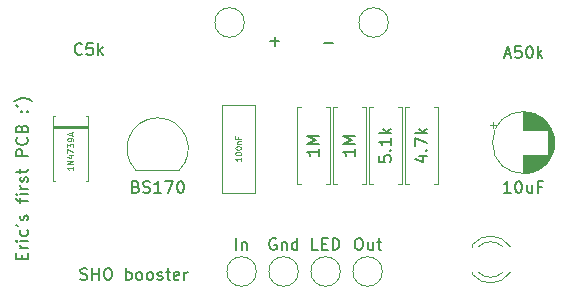
<source format=gbr>
G04 #@! TF.GenerationSoftware,KiCad,Pcbnew,(5.1.5-0-10_14)*
G04 #@! TF.CreationDate,2020-05-24T20:26:25-06:00*
G04 #@! TF.ProjectId,Testing,54657374-696e-4672-9e6b-696361645f70,rev?*
G04 #@! TF.SameCoordinates,Original*
G04 #@! TF.FileFunction,Legend,Top*
G04 #@! TF.FilePolarity,Positive*
%FSLAX46Y46*%
G04 Gerber Fmt 4.6, Leading zero omitted, Abs format (unit mm)*
G04 Created by KiCad (PCBNEW (5.1.5-0-10_14)) date 2020-05-24 20:26:25*
%MOMM*%
%LPD*%
G04 APERTURE LIST*
%ADD10C,0.150000*%
%ADD11C,0.120000*%
%ADD12C,0.125000*%
G04 APERTURE END LIST*
D10*
X153852571Y-116791523D02*
X153852571Y-116458190D01*
X154376380Y-116315333D02*
X154376380Y-116791523D01*
X153376380Y-116791523D01*
X153376380Y-116315333D01*
X154376380Y-115886761D02*
X153709714Y-115886761D01*
X153900190Y-115886761D02*
X153804952Y-115839142D01*
X153757333Y-115791523D01*
X153709714Y-115696285D01*
X153709714Y-115601047D01*
X154376380Y-115267714D02*
X153709714Y-115267714D01*
X153376380Y-115267714D02*
X153424000Y-115315333D01*
X153471619Y-115267714D01*
X153424000Y-115220095D01*
X153376380Y-115267714D01*
X153471619Y-115267714D01*
X154328761Y-114362952D02*
X154376380Y-114458190D01*
X154376380Y-114648666D01*
X154328761Y-114743904D01*
X154281142Y-114791523D01*
X154185904Y-114839142D01*
X153900190Y-114839142D01*
X153804952Y-114791523D01*
X153757333Y-114743904D01*
X153709714Y-114648666D01*
X153709714Y-114458190D01*
X153757333Y-114362952D01*
X153376380Y-113886761D02*
X153566857Y-113982000D01*
X154328761Y-113505809D02*
X154376380Y-113410571D01*
X154376380Y-113220095D01*
X154328761Y-113124857D01*
X154233523Y-113077238D01*
X154185904Y-113077238D01*
X154090666Y-113124857D01*
X154043047Y-113220095D01*
X154043047Y-113362952D01*
X153995428Y-113458190D01*
X153900190Y-113505809D01*
X153852571Y-113505809D01*
X153757333Y-113458190D01*
X153709714Y-113362952D01*
X153709714Y-113220095D01*
X153757333Y-113124857D01*
X153709714Y-112029619D02*
X153709714Y-111648666D01*
X154376380Y-111886761D02*
X153519238Y-111886761D01*
X153424000Y-111839142D01*
X153376380Y-111743904D01*
X153376380Y-111648666D01*
X154376380Y-111315333D02*
X153709714Y-111315333D01*
X153376380Y-111315333D02*
X153424000Y-111362952D01*
X153471619Y-111315333D01*
X153424000Y-111267714D01*
X153376380Y-111315333D01*
X153471619Y-111315333D01*
X154376380Y-110839142D02*
X153709714Y-110839142D01*
X153900190Y-110839142D02*
X153804952Y-110791523D01*
X153757333Y-110743904D01*
X153709714Y-110648666D01*
X153709714Y-110553428D01*
X154328761Y-110267714D02*
X154376380Y-110172476D01*
X154376380Y-109982000D01*
X154328761Y-109886761D01*
X154233523Y-109839142D01*
X154185904Y-109839142D01*
X154090666Y-109886761D01*
X154043047Y-109982000D01*
X154043047Y-110124857D01*
X153995428Y-110220095D01*
X153900190Y-110267714D01*
X153852571Y-110267714D01*
X153757333Y-110220095D01*
X153709714Y-110124857D01*
X153709714Y-109982000D01*
X153757333Y-109886761D01*
X153709714Y-109553428D02*
X153709714Y-109172476D01*
X153376380Y-109410571D02*
X154233523Y-109410571D01*
X154328761Y-109362952D01*
X154376380Y-109267714D01*
X154376380Y-109172476D01*
X154376380Y-108077238D02*
X153376380Y-108077238D01*
X153376380Y-107696285D01*
X153424000Y-107601047D01*
X153471619Y-107553428D01*
X153566857Y-107505809D01*
X153709714Y-107505809D01*
X153804952Y-107553428D01*
X153852571Y-107601047D01*
X153900190Y-107696285D01*
X153900190Y-108077238D01*
X154281142Y-106505809D02*
X154328761Y-106553428D01*
X154376380Y-106696285D01*
X154376380Y-106791523D01*
X154328761Y-106934380D01*
X154233523Y-107029619D01*
X154138285Y-107077238D01*
X153947809Y-107124857D01*
X153804952Y-107124857D01*
X153614476Y-107077238D01*
X153519238Y-107029619D01*
X153424000Y-106934380D01*
X153376380Y-106791523D01*
X153376380Y-106696285D01*
X153424000Y-106553428D01*
X153471619Y-106505809D01*
X153852571Y-105743904D02*
X153900190Y-105601047D01*
X153947809Y-105553428D01*
X154043047Y-105505809D01*
X154185904Y-105505809D01*
X154281142Y-105553428D01*
X154328761Y-105601047D01*
X154376380Y-105696285D01*
X154376380Y-106077238D01*
X153376380Y-106077238D01*
X153376380Y-105743904D01*
X153424000Y-105648666D01*
X153471619Y-105601047D01*
X153566857Y-105553428D01*
X153662095Y-105553428D01*
X153757333Y-105601047D01*
X153804952Y-105648666D01*
X153852571Y-105743904D01*
X153852571Y-106077238D01*
X154281142Y-104315333D02*
X154328761Y-104267714D01*
X154376380Y-104315333D01*
X154328761Y-104362952D01*
X154281142Y-104315333D01*
X154376380Y-104315333D01*
X153757333Y-104315333D02*
X153804952Y-104267714D01*
X153852571Y-104315333D01*
X153804952Y-104362952D01*
X153757333Y-104315333D01*
X153852571Y-104315333D01*
X153376380Y-103791523D02*
X153566857Y-103886761D01*
X154757333Y-103458190D02*
X154709714Y-103410571D01*
X154566857Y-103315333D01*
X154471619Y-103267714D01*
X154328761Y-103220095D01*
X154090666Y-103172476D01*
X153900190Y-103172476D01*
X153662095Y-103220095D01*
X153519238Y-103267714D01*
X153424000Y-103315333D01*
X153281142Y-103410571D01*
X153233523Y-103458190D01*
X158822000Y-118514761D02*
X158964857Y-118562380D01*
X159202952Y-118562380D01*
X159298190Y-118514761D01*
X159345809Y-118467142D01*
X159393428Y-118371904D01*
X159393428Y-118276666D01*
X159345809Y-118181428D01*
X159298190Y-118133809D01*
X159202952Y-118086190D01*
X159012476Y-118038571D01*
X158917238Y-117990952D01*
X158869619Y-117943333D01*
X158822000Y-117848095D01*
X158822000Y-117752857D01*
X158869619Y-117657619D01*
X158917238Y-117610000D01*
X159012476Y-117562380D01*
X159250571Y-117562380D01*
X159393428Y-117610000D01*
X159822000Y-118562380D02*
X159822000Y-117562380D01*
X159822000Y-118038571D02*
X160393428Y-118038571D01*
X160393428Y-118562380D02*
X160393428Y-117562380D01*
X161060095Y-117562380D02*
X161250571Y-117562380D01*
X161345809Y-117610000D01*
X161441047Y-117705238D01*
X161488666Y-117895714D01*
X161488666Y-118229047D01*
X161441047Y-118419523D01*
X161345809Y-118514761D01*
X161250571Y-118562380D01*
X161060095Y-118562380D01*
X160964857Y-118514761D01*
X160869619Y-118419523D01*
X160822000Y-118229047D01*
X160822000Y-117895714D01*
X160869619Y-117705238D01*
X160964857Y-117610000D01*
X161060095Y-117562380D01*
X162679142Y-118562380D02*
X162679142Y-117562380D01*
X162679142Y-117943333D02*
X162774380Y-117895714D01*
X162964857Y-117895714D01*
X163060095Y-117943333D01*
X163107714Y-117990952D01*
X163155333Y-118086190D01*
X163155333Y-118371904D01*
X163107714Y-118467142D01*
X163060095Y-118514761D01*
X162964857Y-118562380D01*
X162774380Y-118562380D01*
X162679142Y-118514761D01*
X163726761Y-118562380D02*
X163631523Y-118514761D01*
X163583904Y-118467142D01*
X163536285Y-118371904D01*
X163536285Y-118086190D01*
X163583904Y-117990952D01*
X163631523Y-117943333D01*
X163726761Y-117895714D01*
X163869619Y-117895714D01*
X163964857Y-117943333D01*
X164012476Y-117990952D01*
X164060095Y-118086190D01*
X164060095Y-118371904D01*
X164012476Y-118467142D01*
X163964857Y-118514761D01*
X163869619Y-118562380D01*
X163726761Y-118562380D01*
X164631523Y-118562380D02*
X164536285Y-118514761D01*
X164488666Y-118467142D01*
X164441047Y-118371904D01*
X164441047Y-118086190D01*
X164488666Y-117990952D01*
X164536285Y-117943333D01*
X164631523Y-117895714D01*
X164774380Y-117895714D01*
X164869619Y-117943333D01*
X164917238Y-117990952D01*
X164964857Y-118086190D01*
X164964857Y-118371904D01*
X164917238Y-118467142D01*
X164869619Y-118514761D01*
X164774380Y-118562380D01*
X164631523Y-118562380D01*
X165345809Y-118514761D02*
X165441047Y-118562380D01*
X165631523Y-118562380D01*
X165726761Y-118514761D01*
X165774380Y-118419523D01*
X165774380Y-118371904D01*
X165726761Y-118276666D01*
X165631523Y-118229047D01*
X165488666Y-118229047D01*
X165393428Y-118181428D01*
X165345809Y-118086190D01*
X165345809Y-118038571D01*
X165393428Y-117943333D01*
X165488666Y-117895714D01*
X165631523Y-117895714D01*
X165726761Y-117943333D01*
X166060095Y-117895714D02*
X166441047Y-117895714D01*
X166202952Y-117562380D02*
X166202952Y-118419523D01*
X166250571Y-118514761D01*
X166345809Y-118562380D01*
X166441047Y-118562380D01*
X167155333Y-118514761D02*
X167060095Y-118562380D01*
X166869619Y-118562380D01*
X166774380Y-118514761D01*
X166726761Y-118419523D01*
X166726761Y-118038571D01*
X166774380Y-117943333D01*
X166869619Y-117895714D01*
X167060095Y-117895714D01*
X167155333Y-117943333D01*
X167202952Y-118038571D01*
X167202952Y-118133809D01*
X166726761Y-118229047D01*
X167631523Y-118562380D02*
X167631523Y-117895714D01*
X167631523Y-118086190D02*
X167679142Y-117990952D01*
X167726761Y-117943333D01*
X167822000Y-117895714D01*
X167917238Y-117895714D01*
D11*
X159458000Y-105502000D02*
X156518000Y-105502000D01*
X159458000Y-105742000D02*
X156518000Y-105742000D01*
X159458000Y-105622000D02*
X156518000Y-105622000D01*
X156518000Y-110162000D02*
X156648000Y-110162000D01*
X156518000Y-104722000D02*
X156518000Y-110162000D01*
X156648000Y-104722000D02*
X156518000Y-104722000D01*
X159458000Y-110162000D02*
X159328000Y-110162000D01*
X159458000Y-104722000D02*
X159458000Y-110162000D01*
X159328000Y-104722000D02*
X159458000Y-104722000D01*
X189076000Y-103918000D02*
X188746000Y-103918000D01*
X189076000Y-110458000D02*
X189076000Y-103918000D01*
X188746000Y-110458000D02*
X189076000Y-110458000D01*
X186336000Y-103918000D02*
X186666000Y-103918000D01*
X186336000Y-110458000D02*
X186336000Y-103918000D01*
X186666000Y-110458000D02*
X186336000Y-110458000D01*
X184893000Y-96774000D02*
G75*
G03X184893000Y-96774000I-1251000J0D01*
G01*
X172701000Y-96774000D02*
G75*
G03X172701000Y-96774000I-1251000J0D01*
G01*
X184385000Y-117856000D02*
G75*
G03X184385000Y-117856000I-1251000J0D01*
G01*
X177273000Y-117856000D02*
G75*
G03X177273000Y-117856000I-1251000J0D01*
G01*
X180829000Y-117856000D02*
G75*
G03X180829000Y-117856000I-1251000J0D01*
G01*
X173717000Y-117856000D02*
G75*
G03X173717000Y-117856000I-1251000J0D01*
G01*
X191988000Y-117920000D02*
X191988000Y-118076000D01*
X191988000Y-115604000D02*
X191988000Y-115760000D01*
X194589130Y-117919837D02*
G75*
G02X192507039Y-117920000I-1041130J1079837D01*
G01*
X194589130Y-115760163D02*
G75*
G03X192507039Y-115760000I-1041130J-1079837D01*
G01*
X195220335Y-117918608D02*
G75*
G02X191988000Y-118075516I-1672335J1078608D01*
G01*
X195220335Y-115761392D02*
G75*
G03X191988000Y-115604484I-1672335J-1078608D01*
G01*
X182650000Y-103918000D02*
X182980000Y-103918000D01*
X182980000Y-103918000D02*
X182980000Y-110458000D01*
X182980000Y-110458000D02*
X182650000Y-110458000D01*
X180570000Y-103918000D02*
X180240000Y-103918000D01*
X180240000Y-103918000D02*
X180240000Y-110458000D01*
X180240000Y-110458000D02*
X180570000Y-110458000D01*
X170842000Y-111202000D02*
X170842000Y-103762000D01*
X173582000Y-111202000D02*
X173582000Y-103762000D01*
X170842000Y-111202000D02*
X173582000Y-111202000D01*
X170842000Y-103762000D02*
X173582000Y-103762000D01*
X193771225Y-105209000D02*
X193771225Y-105709000D01*
X193521225Y-105459000D02*
X194021225Y-105459000D01*
X198927000Y-106650000D02*
X198927000Y-107218000D01*
X198887000Y-106416000D02*
X198887000Y-107452000D01*
X198847000Y-106257000D02*
X198847000Y-107611000D01*
X198807000Y-106129000D02*
X198807000Y-107739000D01*
X198767000Y-106019000D02*
X198767000Y-107849000D01*
X198727000Y-105923000D02*
X198727000Y-107945000D01*
X198687000Y-105836000D02*
X198687000Y-108032000D01*
X198647000Y-105756000D02*
X198647000Y-108112000D01*
X198607000Y-105683000D02*
X198607000Y-108185000D01*
X198567000Y-105615000D02*
X198567000Y-108253000D01*
X198527000Y-105551000D02*
X198527000Y-108317000D01*
X198487000Y-105491000D02*
X198487000Y-108377000D01*
X198447000Y-105434000D02*
X198447000Y-108434000D01*
X198407000Y-105380000D02*
X198407000Y-108488000D01*
X198367000Y-105329000D02*
X198367000Y-108539000D01*
X198327000Y-107974000D02*
X198327000Y-108587000D01*
X198327000Y-105281000D02*
X198327000Y-105894000D01*
X198287000Y-107974000D02*
X198287000Y-108633000D01*
X198287000Y-105235000D02*
X198287000Y-105894000D01*
X198247000Y-107974000D02*
X198247000Y-108677000D01*
X198247000Y-105191000D02*
X198247000Y-105894000D01*
X198207000Y-107974000D02*
X198207000Y-108719000D01*
X198207000Y-105149000D02*
X198207000Y-105894000D01*
X198167000Y-107974000D02*
X198167000Y-108760000D01*
X198167000Y-105108000D02*
X198167000Y-105894000D01*
X198127000Y-107974000D02*
X198127000Y-108798000D01*
X198127000Y-105070000D02*
X198127000Y-105894000D01*
X198087000Y-107974000D02*
X198087000Y-108835000D01*
X198087000Y-105033000D02*
X198087000Y-105894000D01*
X198047000Y-107974000D02*
X198047000Y-108871000D01*
X198047000Y-104997000D02*
X198047000Y-105894000D01*
X198007000Y-107974000D02*
X198007000Y-108905000D01*
X198007000Y-104963000D02*
X198007000Y-105894000D01*
X197967000Y-107974000D02*
X197967000Y-108938000D01*
X197967000Y-104930000D02*
X197967000Y-105894000D01*
X197927000Y-107974000D02*
X197927000Y-108969000D01*
X197927000Y-104899000D02*
X197927000Y-105894000D01*
X197887000Y-107974000D02*
X197887000Y-108999000D01*
X197887000Y-104869000D02*
X197887000Y-105894000D01*
X197847000Y-107974000D02*
X197847000Y-109029000D01*
X197847000Y-104839000D02*
X197847000Y-105894000D01*
X197807000Y-107974000D02*
X197807000Y-109056000D01*
X197807000Y-104812000D02*
X197807000Y-105894000D01*
X197767000Y-107974000D02*
X197767000Y-109083000D01*
X197767000Y-104785000D02*
X197767000Y-105894000D01*
X197727000Y-107974000D02*
X197727000Y-109109000D01*
X197727000Y-104759000D02*
X197727000Y-105894000D01*
X197687000Y-107974000D02*
X197687000Y-109134000D01*
X197687000Y-104734000D02*
X197687000Y-105894000D01*
X197647000Y-107974000D02*
X197647000Y-109158000D01*
X197647000Y-104710000D02*
X197647000Y-105894000D01*
X197607000Y-107974000D02*
X197607000Y-109181000D01*
X197607000Y-104687000D02*
X197607000Y-105894000D01*
X197567000Y-107974000D02*
X197567000Y-109202000D01*
X197567000Y-104666000D02*
X197567000Y-105894000D01*
X197527000Y-107974000D02*
X197527000Y-109224000D01*
X197527000Y-104644000D02*
X197527000Y-105894000D01*
X197487000Y-107974000D02*
X197487000Y-109244000D01*
X197487000Y-104624000D02*
X197487000Y-105894000D01*
X197447000Y-107974000D02*
X197447000Y-109263000D01*
X197447000Y-104605000D02*
X197447000Y-105894000D01*
X197407000Y-107974000D02*
X197407000Y-109282000D01*
X197407000Y-104586000D02*
X197407000Y-105894000D01*
X197367000Y-107974000D02*
X197367000Y-109299000D01*
X197367000Y-104569000D02*
X197367000Y-105894000D01*
X197327000Y-107974000D02*
X197327000Y-109316000D01*
X197327000Y-104552000D02*
X197327000Y-105894000D01*
X197287000Y-107974000D02*
X197287000Y-109332000D01*
X197287000Y-104536000D02*
X197287000Y-105894000D01*
X197247000Y-107974000D02*
X197247000Y-109348000D01*
X197247000Y-104520000D02*
X197247000Y-105894000D01*
X197207000Y-107974000D02*
X197207000Y-109362000D01*
X197207000Y-104506000D02*
X197207000Y-105894000D01*
X197167000Y-107974000D02*
X197167000Y-109376000D01*
X197167000Y-104492000D02*
X197167000Y-105894000D01*
X197127000Y-107974000D02*
X197127000Y-109389000D01*
X197127000Y-104479000D02*
X197127000Y-105894000D01*
X197087000Y-107974000D02*
X197087000Y-109402000D01*
X197087000Y-104466000D02*
X197087000Y-105894000D01*
X197047000Y-107974000D02*
X197047000Y-109414000D01*
X197047000Y-104454000D02*
X197047000Y-105894000D01*
X197006000Y-107974000D02*
X197006000Y-109425000D01*
X197006000Y-104443000D02*
X197006000Y-105894000D01*
X196966000Y-107974000D02*
X196966000Y-109435000D01*
X196966000Y-104433000D02*
X196966000Y-105894000D01*
X196926000Y-107974000D02*
X196926000Y-109445000D01*
X196926000Y-104423000D02*
X196926000Y-105894000D01*
X196886000Y-107974000D02*
X196886000Y-109454000D01*
X196886000Y-104414000D02*
X196886000Y-105894000D01*
X196846000Y-107974000D02*
X196846000Y-109462000D01*
X196846000Y-104406000D02*
X196846000Y-105894000D01*
X196806000Y-107974000D02*
X196806000Y-109470000D01*
X196806000Y-104398000D02*
X196806000Y-105894000D01*
X196766000Y-107974000D02*
X196766000Y-109477000D01*
X196766000Y-104391000D02*
X196766000Y-105894000D01*
X196726000Y-107974000D02*
X196726000Y-109484000D01*
X196726000Y-104384000D02*
X196726000Y-105894000D01*
X196686000Y-107974000D02*
X196686000Y-109490000D01*
X196686000Y-104378000D02*
X196686000Y-105894000D01*
X196646000Y-107974000D02*
X196646000Y-109495000D01*
X196646000Y-104373000D02*
X196646000Y-105894000D01*
X196606000Y-107974000D02*
X196606000Y-109499000D01*
X196606000Y-104369000D02*
X196606000Y-105894000D01*
X196566000Y-107974000D02*
X196566000Y-109503000D01*
X196566000Y-104365000D02*
X196566000Y-105894000D01*
X196526000Y-107974000D02*
X196526000Y-109507000D01*
X196526000Y-104361000D02*
X196526000Y-105894000D01*
X196486000Y-107974000D02*
X196486000Y-109510000D01*
X196486000Y-104358000D02*
X196486000Y-105894000D01*
X196446000Y-107974000D02*
X196446000Y-109512000D01*
X196446000Y-104356000D02*
X196446000Y-105894000D01*
X196406000Y-107974000D02*
X196406000Y-109513000D01*
X196406000Y-104355000D02*
X196406000Y-105894000D01*
X196366000Y-104354000D02*
X196366000Y-105894000D01*
X196366000Y-107974000D02*
X196366000Y-109514000D01*
X196326000Y-104354000D02*
X196326000Y-105894000D01*
X196326000Y-107974000D02*
X196326000Y-109514000D01*
X198946000Y-106934000D02*
G75*
G03X198946000Y-106934000I-2620000J0D01*
G01*
X167192478Y-109280478D02*
G75*
G03X165354000Y-104842000I-1838478J1838478D01*
G01*
X163515522Y-109280478D02*
G75*
G02X165354000Y-104842000I1838478J1838478D01*
G01*
X163554000Y-109292000D02*
X167154000Y-109292000D01*
X177522000Y-110458000D02*
X177192000Y-110458000D01*
X177192000Y-110458000D02*
X177192000Y-103918000D01*
X177192000Y-103918000D02*
X177522000Y-103918000D01*
X179602000Y-110458000D02*
X179932000Y-110458000D01*
X179932000Y-110458000D02*
X179932000Y-103918000D01*
X179932000Y-103918000D02*
X179602000Y-103918000D01*
X183618000Y-110458000D02*
X183288000Y-110458000D01*
X183288000Y-110458000D02*
X183288000Y-103918000D01*
X183288000Y-103918000D02*
X183618000Y-103918000D01*
X185698000Y-110458000D02*
X186028000Y-110458000D01*
X186028000Y-110458000D02*
X186028000Y-103918000D01*
X186028000Y-103918000D02*
X185698000Y-103918000D01*
D10*
X194746761Y-99480666D02*
X195222952Y-99480666D01*
X194651523Y-99766380D02*
X194984857Y-98766380D01*
X195318190Y-99766380D01*
X196127714Y-98766380D02*
X195651523Y-98766380D01*
X195603904Y-99242571D01*
X195651523Y-99194952D01*
X195746761Y-99147333D01*
X195984857Y-99147333D01*
X196080095Y-99194952D01*
X196127714Y-99242571D01*
X196175333Y-99337809D01*
X196175333Y-99575904D01*
X196127714Y-99671142D01*
X196080095Y-99718761D01*
X195984857Y-99766380D01*
X195746761Y-99766380D01*
X195651523Y-99718761D01*
X195603904Y-99671142D01*
X196794380Y-98766380D02*
X196889619Y-98766380D01*
X196984857Y-98814000D01*
X197032476Y-98861619D01*
X197080095Y-98956857D01*
X197127714Y-99147333D01*
X197127714Y-99385428D01*
X197080095Y-99575904D01*
X197032476Y-99671142D01*
X196984857Y-99718761D01*
X196889619Y-99766380D01*
X196794380Y-99766380D01*
X196699142Y-99718761D01*
X196651523Y-99671142D01*
X196603904Y-99575904D01*
X196556285Y-99385428D01*
X196556285Y-99147333D01*
X196603904Y-98956857D01*
X196651523Y-98861619D01*
X196699142Y-98814000D01*
X196794380Y-98766380D01*
X197556285Y-99766380D02*
X197556285Y-98766380D01*
X197651523Y-99385428D02*
X197937238Y-99766380D01*
X197937238Y-99099714D02*
X197556285Y-99480666D01*
X158940571Y-99417142D02*
X158892952Y-99464761D01*
X158750095Y-99512380D01*
X158654857Y-99512380D01*
X158512000Y-99464761D01*
X158416761Y-99369523D01*
X158369142Y-99274285D01*
X158321523Y-99083809D01*
X158321523Y-98940952D01*
X158369142Y-98750476D01*
X158416761Y-98655238D01*
X158512000Y-98560000D01*
X158654857Y-98512380D01*
X158750095Y-98512380D01*
X158892952Y-98560000D01*
X158940571Y-98607619D01*
X159845333Y-98512380D02*
X159369142Y-98512380D01*
X159321523Y-98988571D01*
X159369142Y-98940952D01*
X159464380Y-98893333D01*
X159702476Y-98893333D01*
X159797714Y-98940952D01*
X159845333Y-98988571D01*
X159892952Y-99083809D01*
X159892952Y-99321904D01*
X159845333Y-99417142D01*
X159797714Y-99464761D01*
X159702476Y-99512380D01*
X159464380Y-99512380D01*
X159369142Y-99464761D01*
X159321523Y-99417142D01*
X160321523Y-99512380D02*
X160321523Y-98512380D01*
X160416761Y-99131428D02*
X160702476Y-99512380D01*
X160702476Y-98845714D02*
X160321523Y-99226666D01*
D12*
X158214190Y-108981714D02*
X158214190Y-109267428D01*
X158214190Y-109124571D02*
X157714190Y-109124571D01*
X157785619Y-109172190D01*
X157833238Y-109219809D01*
X157857047Y-109267428D01*
X158214190Y-108767428D02*
X157714190Y-108767428D01*
X158214190Y-108481714D01*
X157714190Y-108481714D01*
X157880857Y-108029333D02*
X158214190Y-108029333D01*
X157690380Y-108148380D02*
X158047523Y-108267428D01*
X158047523Y-107957904D01*
X157714190Y-107815047D02*
X157714190Y-107481714D01*
X158214190Y-107696000D01*
X157714190Y-107338857D02*
X157714190Y-107029333D01*
X157904666Y-107196000D01*
X157904666Y-107124571D01*
X157928476Y-107076952D01*
X157952285Y-107053142D01*
X157999904Y-107029333D01*
X158118952Y-107029333D01*
X158166571Y-107053142D01*
X158190380Y-107076952D01*
X158214190Y-107124571D01*
X158214190Y-107267428D01*
X158190380Y-107315047D01*
X158166571Y-107338857D01*
X158214190Y-106791238D02*
X158214190Y-106696000D01*
X158190380Y-106648380D01*
X158166571Y-106624571D01*
X158095142Y-106576952D01*
X157999904Y-106553142D01*
X157809428Y-106553142D01*
X157761809Y-106576952D01*
X157738000Y-106600761D01*
X157714190Y-106648380D01*
X157714190Y-106743619D01*
X157738000Y-106791238D01*
X157761809Y-106815047D01*
X157809428Y-106838857D01*
X157928476Y-106838857D01*
X157976095Y-106815047D01*
X157999904Y-106791238D01*
X158023714Y-106743619D01*
X158023714Y-106648380D01*
X157999904Y-106600761D01*
X157976095Y-106576952D01*
X157928476Y-106553142D01*
X158071333Y-106362666D02*
X158071333Y-106124571D01*
X158214190Y-106410285D02*
X157714190Y-106243619D01*
X158214190Y-106076952D01*
D10*
X179451047Y-98496428D02*
X180212952Y-98496428D01*
X174879047Y-98369428D02*
X175640952Y-98369428D01*
X175260000Y-98750380D02*
X175260000Y-97988476D01*
X187491714Y-108116571D02*
X188158380Y-108116571D01*
X187110761Y-108354666D02*
X187825047Y-108592761D01*
X187825047Y-107973714D01*
X188063142Y-107592761D02*
X188110761Y-107545142D01*
X188158380Y-107592761D01*
X188110761Y-107640380D01*
X188063142Y-107592761D01*
X188158380Y-107592761D01*
X187158380Y-107211809D02*
X187158380Y-106545142D01*
X188158380Y-106973714D01*
X188158380Y-106164190D02*
X187158380Y-106164190D01*
X187777428Y-106068952D02*
X188158380Y-105783238D01*
X187491714Y-105783238D02*
X187872666Y-106164190D01*
X182300666Y-115022380D02*
X182491142Y-115022380D01*
X182586380Y-115070000D01*
X182681619Y-115165238D01*
X182729238Y-115355714D01*
X182729238Y-115689047D01*
X182681619Y-115879523D01*
X182586380Y-115974761D01*
X182491142Y-116022380D01*
X182300666Y-116022380D01*
X182205428Y-115974761D01*
X182110190Y-115879523D01*
X182062571Y-115689047D01*
X182062571Y-115355714D01*
X182110190Y-115165238D01*
X182205428Y-115070000D01*
X182300666Y-115022380D01*
X183586380Y-115355714D02*
X183586380Y-116022380D01*
X183157809Y-115355714D02*
X183157809Y-115879523D01*
X183205428Y-115974761D01*
X183300666Y-116022380D01*
X183443523Y-116022380D01*
X183538761Y-115974761D01*
X183586380Y-115927142D01*
X183919714Y-115355714D02*
X184300666Y-115355714D01*
X184062571Y-115022380D02*
X184062571Y-115879523D01*
X184110190Y-115974761D01*
X184205428Y-116022380D01*
X184300666Y-116022380D01*
X175379142Y-115070000D02*
X175283904Y-115022380D01*
X175141047Y-115022380D01*
X174998190Y-115070000D01*
X174902952Y-115165238D01*
X174855333Y-115260476D01*
X174807714Y-115450952D01*
X174807714Y-115593809D01*
X174855333Y-115784285D01*
X174902952Y-115879523D01*
X174998190Y-115974761D01*
X175141047Y-116022380D01*
X175236285Y-116022380D01*
X175379142Y-115974761D01*
X175426761Y-115927142D01*
X175426761Y-115593809D01*
X175236285Y-115593809D01*
X175855333Y-115355714D02*
X175855333Y-116022380D01*
X175855333Y-115450952D02*
X175902952Y-115403333D01*
X175998190Y-115355714D01*
X176141047Y-115355714D01*
X176236285Y-115403333D01*
X176283904Y-115498571D01*
X176283904Y-116022380D01*
X177188666Y-116022380D02*
X177188666Y-115022380D01*
X177188666Y-115974761D02*
X177093428Y-116022380D01*
X176902952Y-116022380D01*
X176807714Y-115974761D01*
X176760095Y-115927142D01*
X176712476Y-115831904D01*
X176712476Y-115546190D01*
X176760095Y-115450952D01*
X176807714Y-115403333D01*
X176902952Y-115355714D01*
X177093428Y-115355714D01*
X177188666Y-115403333D01*
X178935142Y-116022380D02*
X178458952Y-116022380D01*
X178458952Y-115022380D01*
X179268476Y-115498571D02*
X179601809Y-115498571D01*
X179744666Y-116022380D02*
X179268476Y-116022380D01*
X179268476Y-115022380D01*
X179744666Y-115022380D01*
X180173238Y-116022380D02*
X180173238Y-115022380D01*
X180411333Y-115022380D01*
X180554190Y-115070000D01*
X180649428Y-115165238D01*
X180697047Y-115260476D01*
X180744666Y-115450952D01*
X180744666Y-115593809D01*
X180697047Y-115784285D01*
X180649428Y-115879523D01*
X180554190Y-115974761D01*
X180411333Y-116022380D01*
X180173238Y-116022380D01*
X172013619Y-116022380D02*
X172013619Y-115022380D01*
X172489809Y-115355714D02*
X172489809Y-116022380D01*
X172489809Y-115450952D02*
X172537428Y-115403333D01*
X172632666Y-115355714D01*
X172775523Y-115355714D01*
X172870761Y-115403333D01*
X172918380Y-115498571D01*
X172918380Y-116022380D01*
X182062380Y-107473714D02*
X182062380Y-108045142D01*
X182062380Y-107759428D02*
X181062380Y-107759428D01*
X181205238Y-107854666D01*
X181300476Y-107949904D01*
X181348095Y-108045142D01*
X182062380Y-107045142D02*
X181062380Y-107045142D01*
X181776666Y-106711809D01*
X181062380Y-106378476D01*
X182062380Y-106378476D01*
D12*
X172438190Y-108215809D02*
X172438190Y-108501523D01*
X172438190Y-108358666D02*
X171938190Y-108358666D01*
X172009619Y-108406285D01*
X172057238Y-108453904D01*
X172081047Y-108501523D01*
X171938190Y-107906285D02*
X171938190Y-107858666D01*
X171962000Y-107811047D01*
X171985809Y-107787238D01*
X172033428Y-107763428D01*
X172128666Y-107739619D01*
X172247714Y-107739619D01*
X172342952Y-107763428D01*
X172390571Y-107787238D01*
X172414380Y-107811047D01*
X172438190Y-107858666D01*
X172438190Y-107906285D01*
X172414380Y-107953904D01*
X172390571Y-107977714D01*
X172342952Y-108001523D01*
X172247714Y-108025333D01*
X172128666Y-108025333D01*
X172033428Y-108001523D01*
X171985809Y-107977714D01*
X171962000Y-107953904D01*
X171938190Y-107906285D01*
X171938190Y-107430095D02*
X171938190Y-107382476D01*
X171962000Y-107334857D01*
X171985809Y-107311047D01*
X172033428Y-107287238D01*
X172128666Y-107263428D01*
X172247714Y-107263428D01*
X172342952Y-107287238D01*
X172390571Y-107311047D01*
X172414380Y-107334857D01*
X172438190Y-107382476D01*
X172438190Y-107430095D01*
X172414380Y-107477714D01*
X172390571Y-107501523D01*
X172342952Y-107525333D01*
X172247714Y-107549142D01*
X172128666Y-107549142D01*
X172033428Y-107525333D01*
X171985809Y-107501523D01*
X171962000Y-107477714D01*
X171938190Y-107430095D01*
X172104857Y-107049142D02*
X172438190Y-107049142D01*
X172152476Y-107049142D02*
X172128666Y-107025333D01*
X172104857Y-106977714D01*
X172104857Y-106906285D01*
X172128666Y-106858666D01*
X172176285Y-106834857D01*
X172438190Y-106834857D01*
X172176285Y-106430095D02*
X172176285Y-106596761D01*
X172438190Y-106596761D02*
X171938190Y-106596761D01*
X171938190Y-106358666D01*
D10*
X195254571Y-111196380D02*
X194683142Y-111196380D01*
X194968857Y-111196380D02*
X194968857Y-110196380D01*
X194873619Y-110339238D01*
X194778380Y-110434476D01*
X194683142Y-110482095D01*
X195873619Y-110196380D02*
X195968857Y-110196380D01*
X196064095Y-110244000D01*
X196111714Y-110291619D01*
X196159333Y-110386857D01*
X196206952Y-110577333D01*
X196206952Y-110815428D01*
X196159333Y-111005904D01*
X196111714Y-111101142D01*
X196064095Y-111148761D01*
X195968857Y-111196380D01*
X195873619Y-111196380D01*
X195778380Y-111148761D01*
X195730761Y-111101142D01*
X195683142Y-111005904D01*
X195635523Y-110815428D01*
X195635523Y-110577333D01*
X195683142Y-110386857D01*
X195730761Y-110291619D01*
X195778380Y-110244000D01*
X195873619Y-110196380D01*
X197064095Y-110529714D02*
X197064095Y-111196380D01*
X196635523Y-110529714D02*
X196635523Y-111053523D01*
X196683142Y-111148761D01*
X196778380Y-111196380D01*
X196921238Y-111196380D01*
X197016476Y-111148761D01*
X197064095Y-111101142D01*
X197873619Y-110672571D02*
X197540285Y-110672571D01*
X197540285Y-111196380D02*
X197540285Y-110196380D01*
X198016476Y-110196380D01*
X163520666Y-110672571D02*
X163663523Y-110720190D01*
X163711142Y-110767809D01*
X163758761Y-110863047D01*
X163758761Y-111005904D01*
X163711142Y-111101142D01*
X163663523Y-111148761D01*
X163568285Y-111196380D01*
X163187333Y-111196380D01*
X163187333Y-110196380D01*
X163520666Y-110196380D01*
X163615904Y-110244000D01*
X163663523Y-110291619D01*
X163711142Y-110386857D01*
X163711142Y-110482095D01*
X163663523Y-110577333D01*
X163615904Y-110624952D01*
X163520666Y-110672571D01*
X163187333Y-110672571D01*
X164139714Y-111148761D02*
X164282571Y-111196380D01*
X164520666Y-111196380D01*
X164615904Y-111148761D01*
X164663523Y-111101142D01*
X164711142Y-111005904D01*
X164711142Y-110910666D01*
X164663523Y-110815428D01*
X164615904Y-110767809D01*
X164520666Y-110720190D01*
X164330190Y-110672571D01*
X164234952Y-110624952D01*
X164187333Y-110577333D01*
X164139714Y-110482095D01*
X164139714Y-110386857D01*
X164187333Y-110291619D01*
X164234952Y-110244000D01*
X164330190Y-110196380D01*
X164568285Y-110196380D01*
X164711142Y-110244000D01*
X165663523Y-111196380D02*
X165092095Y-111196380D01*
X165377809Y-111196380D02*
X165377809Y-110196380D01*
X165282571Y-110339238D01*
X165187333Y-110434476D01*
X165092095Y-110482095D01*
X165996857Y-110196380D02*
X166663523Y-110196380D01*
X166234952Y-111196380D01*
X167234952Y-110196380D02*
X167330190Y-110196380D01*
X167425428Y-110244000D01*
X167473047Y-110291619D01*
X167520666Y-110386857D01*
X167568285Y-110577333D01*
X167568285Y-110815428D01*
X167520666Y-111005904D01*
X167473047Y-111101142D01*
X167425428Y-111148761D01*
X167330190Y-111196380D01*
X167234952Y-111196380D01*
X167139714Y-111148761D01*
X167092095Y-111101142D01*
X167044476Y-111005904D01*
X166996857Y-110815428D01*
X166996857Y-110577333D01*
X167044476Y-110386857D01*
X167092095Y-110291619D01*
X167139714Y-110244000D01*
X167234952Y-110196380D01*
X179014380Y-107473714D02*
X179014380Y-108045142D01*
X179014380Y-107759428D02*
X178014380Y-107759428D01*
X178157238Y-107854666D01*
X178252476Y-107949904D01*
X178300095Y-108045142D01*
X179014380Y-107045142D02*
X178014380Y-107045142D01*
X178728666Y-106711809D01*
X178014380Y-106378476D01*
X179014380Y-106378476D01*
X184110380Y-108068952D02*
X184110380Y-108545142D01*
X184586571Y-108592761D01*
X184538952Y-108545142D01*
X184491333Y-108449904D01*
X184491333Y-108211809D01*
X184538952Y-108116571D01*
X184586571Y-108068952D01*
X184681809Y-108021333D01*
X184919904Y-108021333D01*
X185015142Y-108068952D01*
X185062761Y-108116571D01*
X185110380Y-108211809D01*
X185110380Y-108449904D01*
X185062761Y-108545142D01*
X185015142Y-108592761D01*
X185015142Y-107592761D02*
X185062761Y-107545142D01*
X185110380Y-107592761D01*
X185062761Y-107640380D01*
X185015142Y-107592761D01*
X185110380Y-107592761D01*
X185110380Y-106592761D02*
X185110380Y-107164190D01*
X185110380Y-106878476D02*
X184110380Y-106878476D01*
X184253238Y-106973714D01*
X184348476Y-107068952D01*
X184396095Y-107164190D01*
X185110380Y-106164190D02*
X184110380Y-106164190D01*
X184729428Y-106068952D02*
X185110380Y-105783238D01*
X184443714Y-105783238D02*
X184824666Y-106164190D01*
M02*

</source>
